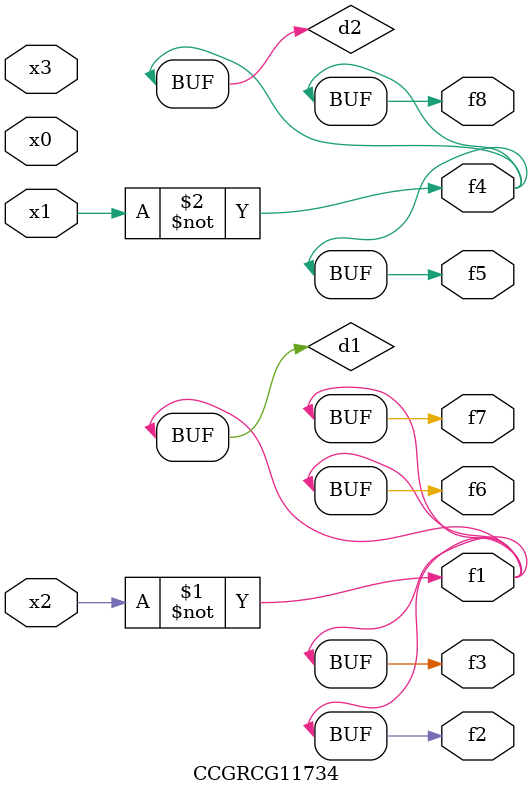
<source format=v>
module CCGRCG11734(
	input x0, x1, x2, x3,
	output f1, f2, f3, f4, f5, f6, f7, f8
);

	wire d1, d2;

	xnor (d1, x2);
	not (d2, x1);
	assign f1 = d1;
	assign f2 = d1;
	assign f3 = d1;
	assign f4 = d2;
	assign f5 = d2;
	assign f6 = d1;
	assign f7 = d1;
	assign f8 = d2;
endmodule

</source>
